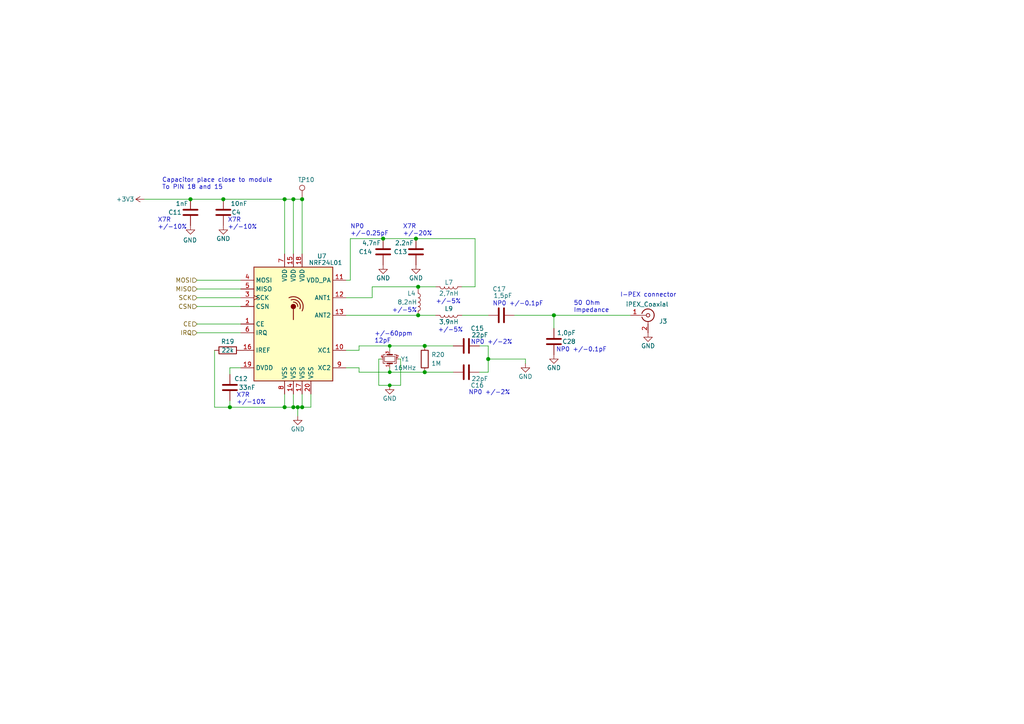
<source format=kicad_sch>
(kicad_sch (version 20211123) (generator eeschema)

  (uuid be1ad959-29f8-4c4e-9fbd-504dfc9dd2f0)

  (paper "A4")

  (lib_symbols
    (symbol "Connector:Conn_Coaxial" (pin_names (offset 1.016) hide) (in_bom yes) (on_board yes)
      (property "Reference" "J" (id 0) (at 0.254 3.048 0)
        (effects (font (size 1.27 1.27)))
      )
      (property "Value" "Conn_Coaxial" (id 1) (at 2.921 0 90)
        (effects (font (size 1.27 1.27)))
      )
      (property "Footprint" "" (id 2) (at 0 0 0)
        (effects (font (size 1.27 1.27)) hide)
      )
      (property "Datasheet" " ~" (id 3) (at 0 0 0)
        (effects (font (size 1.27 1.27)) hide)
      )
      (property "ki_keywords" "BNC SMA SMB SMC LEMO coaxial connector CINCH RCA" (id 4) (at 0 0 0)
        (effects (font (size 1.27 1.27)) hide)
      )
      (property "ki_description" "coaxial connector (BNC, SMA, SMB, SMC, Cinch/RCA, LEMO, ...)" (id 5) (at 0 0 0)
        (effects (font (size 1.27 1.27)) hide)
      )
      (property "ki_fp_filters" "*BNC* *SMA* *SMB* *SMC* *Cinch* *LEMO*" (id 6) (at 0 0 0)
        (effects (font (size 1.27 1.27)) hide)
      )
      (symbol "Conn_Coaxial_0_1"
        (arc (start -1.778 -0.508) (mid 0.222 -1.808) (end 1.778 0)
          (stroke (width 0.254) (type default) (color 0 0 0 0))
          (fill (type none))
        )
        (polyline
          (pts
            (xy -2.54 0)
            (xy -0.508 0)
          )
          (stroke (width 0) (type default) (color 0 0 0 0))
          (fill (type none))
        )
        (polyline
          (pts
            (xy 0 -2.54)
            (xy 0 -1.778)
          )
          (stroke (width 0) (type default) (color 0 0 0 0))
          (fill (type none))
        )
        (circle (center 0 0) (radius 0.508)
          (stroke (width 0.2032) (type default) (color 0 0 0 0))
          (fill (type none))
        )
        (arc (start 1.778 0) (mid 0.222 1.8083) (end -1.778 0.508)
          (stroke (width 0.254) (type default) (color 0 0 0 0))
          (fill (type none))
        )
      )
      (symbol "Conn_Coaxial_1_1"
        (pin passive line (at -5.08 0 0) (length 2.54)
          (name "In" (effects (font (size 1.27 1.27))))
          (number "1" (effects (font (size 1.27 1.27))))
        )
        (pin passive line (at 0 -5.08 90) (length 2.54)
          (name "Ext" (effects (font (size 1.27 1.27))))
          (number "2" (effects (font (size 1.27 1.27))))
        )
      )
    )
    (symbol "Connector:TestPoint" (pin_numbers hide) (pin_names (offset 0.762) hide) (in_bom yes) (on_board yes)
      (property "Reference" "TP" (id 0) (at 0 6.858 0)
        (effects (font (size 1.27 1.27)))
      )
      (property "Value" "TestPoint" (id 1) (at 0 5.08 0)
        (effects (font (size 1.27 1.27)))
      )
      (property "Footprint" "" (id 2) (at 5.08 0 0)
        (effects (font (size 1.27 1.27)) hide)
      )
      (property "Datasheet" "~" (id 3) (at 5.08 0 0)
        (effects (font (size 1.27 1.27)) hide)
      )
      (property "ki_keywords" "test point tp" (id 4) (at 0 0 0)
        (effects (font (size 1.27 1.27)) hide)
      )
      (property "ki_description" "test point" (id 5) (at 0 0 0)
        (effects (font (size 1.27 1.27)) hide)
      )
      (property "ki_fp_filters" "Pin* Test*" (id 6) (at 0 0 0)
        (effects (font (size 1.27 1.27)) hide)
      )
      (symbol "TestPoint_0_1"
        (circle (center 0 3.302) (radius 0.762)
          (stroke (width 0) (type default) (color 0 0 0 0))
          (fill (type none))
        )
      )
      (symbol "TestPoint_1_1"
        (pin passive line (at 0 0 90) (length 2.54)
          (name "1" (effects (font (size 1.27 1.27))))
          (number "1" (effects (font (size 1.27 1.27))))
        )
      )
    )
    (symbol "Device:C" (pin_numbers hide) (pin_names (offset 0.254)) (in_bom yes) (on_board yes)
      (property "Reference" "C" (id 0) (at 0.635 2.54 0)
        (effects (font (size 1.27 1.27)) (justify left))
      )
      (property "Value" "C" (id 1) (at 0.635 -2.54 0)
        (effects (font (size 1.27 1.27)) (justify left))
      )
      (property "Footprint" "" (id 2) (at 0.9652 -3.81 0)
        (effects (font (size 1.27 1.27)) hide)
      )
      (property "Datasheet" "~" (id 3) (at 0 0 0)
        (effects (font (size 1.27 1.27)) hide)
      )
      (property "ki_keywords" "cap capacitor" (id 4) (at 0 0 0)
        (effects (font (size 1.27 1.27)) hide)
      )
      (property "ki_description" "Unpolarized capacitor" (id 5) (at 0 0 0)
        (effects (font (size 1.27 1.27)) hide)
      )
      (property "ki_fp_filters" "C_*" (id 6) (at 0 0 0)
        (effects (font (size 1.27 1.27)) hide)
      )
      (symbol "C_0_1"
        (polyline
          (pts
            (xy -2.032 -0.762)
            (xy 2.032 -0.762)
          )
          (stroke (width 0.508) (type default) (color 0 0 0 0))
          (fill (type none))
        )
        (polyline
          (pts
            (xy -2.032 0.762)
            (xy 2.032 0.762)
          )
          (stroke (width 0.508) (type default) (color 0 0 0 0))
          (fill (type none))
        )
      )
      (symbol "C_1_1"
        (pin passive line (at 0 3.81 270) (length 2.794)
          (name "~" (effects (font (size 1.27 1.27))))
          (number "1" (effects (font (size 1.27 1.27))))
        )
        (pin passive line (at 0 -3.81 90) (length 2.794)
          (name "~" (effects (font (size 1.27 1.27))))
          (number "2" (effects (font (size 1.27 1.27))))
        )
      )
    )
    (symbol "Device:Crystal_GND24_Small" (pin_names (offset 1.016) hide) (in_bom yes) (on_board yes)
      (property "Reference" "Y" (id 0) (at 1.27 4.445 0)
        (effects (font (size 1.27 1.27)) (justify left))
      )
      (property "Value" "Crystal_GND24_Small" (id 1) (at 1.27 2.54 0)
        (effects (font (size 1.27 1.27)) (justify left))
      )
      (property "Footprint" "" (id 2) (at 0 0 0)
        (effects (font (size 1.27 1.27)) hide)
      )
      (property "Datasheet" "~" (id 3) (at 0 0 0)
        (effects (font (size 1.27 1.27)) hide)
      )
      (property "ki_keywords" "quartz ceramic resonator oscillator" (id 4) (at 0 0 0)
        (effects (font (size 1.27 1.27)) hide)
      )
      (property "ki_description" "Four pin crystal, GND on pins 2 and 4, small symbol" (id 5) (at 0 0 0)
        (effects (font (size 1.27 1.27)) hide)
      )
      (property "ki_fp_filters" "Crystal*" (id 6) (at 0 0 0)
        (effects (font (size 1.27 1.27)) hide)
      )
      (symbol "Crystal_GND24_Small_0_1"
        (rectangle (start -0.762 -1.524) (end 0.762 1.524)
          (stroke (width 0) (type default) (color 0 0 0 0))
          (fill (type none))
        )
        (polyline
          (pts
            (xy -1.27 -0.762)
            (xy -1.27 0.762)
          )
          (stroke (width 0.381) (type default) (color 0 0 0 0))
          (fill (type none))
        )
        (polyline
          (pts
            (xy 1.27 -0.762)
            (xy 1.27 0.762)
          )
          (stroke (width 0.381) (type default) (color 0 0 0 0))
          (fill (type none))
        )
        (polyline
          (pts
            (xy -1.27 -1.27)
            (xy -1.27 -1.905)
            (xy 1.27 -1.905)
            (xy 1.27 -1.27)
          )
          (stroke (width 0) (type default) (color 0 0 0 0))
          (fill (type none))
        )
        (polyline
          (pts
            (xy -1.27 1.27)
            (xy -1.27 1.905)
            (xy 1.27 1.905)
            (xy 1.27 1.27)
          )
          (stroke (width 0) (type default) (color 0 0 0 0))
          (fill (type none))
        )
      )
      (symbol "Crystal_GND24_Small_1_1"
        (pin passive line (at -2.54 0 0) (length 1.27)
          (name "1" (effects (font (size 1.27 1.27))))
          (number "1" (effects (font (size 0.762 0.762))))
        )
        (pin passive line (at 0 -2.54 90) (length 0.635)
          (name "2" (effects (font (size 1.27 1.27))))
          (number "2" (effects (font (size 0.762 0.762))))
        )
        (pin passive line (at 2.54 0 180) (length 1.27)
          (name "3" (effects (font (size 1.27 1.27))))
          (number "3" (effects (font (size 0.762 0.762))))
        )
        (pin passive line (at 0 2.54 270) (length 0.635)
          (name "4" (effects (font (size 1.27 1.27))))
          (number "4" (effects (font (size 0.762 0.762))))
        )
      )
    )
    (symbol "Device:L" (pin_numbers hide) (pin_names (offset 1.016) hide) (in_bom yes) (on_board yes)
      (property "Reference" "L" (id 0) (at -1.27 0 90)
        (effects (font (size 1.27 1.27)))
      )
      (property "Value" "L" (id 1) (at 1.905 0 90)
        (effects (font (size 1.27 1.27)))
      )
      (property "Footprint" "" (id 2) (at 0 0 0)
        (effects (font (size 1.27 1.27)) hide)
      )
      (property "Datasheet" "~" (id 3) (at 0 0 0)
        (effects (font (size 1.27 1.27)) hide)
      )
      (property "ki_keywords" "inductor choke coil reactor magnetic" (id 4) (at 0 0 0)
        (effects (font (size 1.27 1.27)) hide)
      )
      (property "ki_description" "Inductor" (id 5) (at 0 0 0)
        (effects (font (size 1.27 1.27)) hide)
      )
      (property "ki_fp_filters" "Choke_* *Coil* Inductor_* L_*" (id 6) (at 0 0 0)
        (effects (font (size 1.27 1.27)) hide)
      )
      (symbol "L_0_1"
        (arc (start 0 -2.54) (mid 0.635 -1.905) (end 0 -1.27)
          (stroke (width 0) (type default) (color 0 0 0 0))
          (fill (type none))
        )
        (arc (start 0 -1.27) (mid 0.635 -0.635) (end 0 0)
          (stroke (width 0) (type default) (color 0 0 0 0))
          (fill (type none))
        )
        (arc (start 0 0) (mid 0.635 0.635) (end 0 1.27)
          (stroke (width 0) (type default) (color 0 0 0 0))
          (fill (type none))
        )
        (arc (start 0 1.27) (mid 0.635 1.905) (end 0 2.54)
          (stroke (width 0) (type default) (color 0 0 0 0))
          (fill (type none))
        )
      )
      (symbol "L_1_1"
        (pin passive line (at 0 3.81 270) (length 1.27)
          (name "1" (effects (font (size 1.27 1.27))))
          (number "1" (effects (font (size 1.27 1.27))))
        )
        (pin passive line (at 0 -3.81 90) (length 1.27)
          (name "2" (effects (font (size 1.27 1.27))))
          (number "2" (effects (font (size 1.27 1.27))))
        )
      )
    )
    (symbol "Device:R" (pin_numbers hide) (pin_names (offset 0)) (in_bom yes) (on_board yes)
      (property "Reference" "R" (id 0) (at 2.032 0 90)
        (effects (font (size 1.27 1.27)))
      )
      (property "Value" "R" (id 1) (at 0 0 90)
        (effects (font (size 1.27 1.27)))
      )
      (property "Footprint" "" (id 2) (at -1.778 0 90)
        (effects (font (size 1.27 1.27)) hide)
      )
      (property "Datasheet" "~" (id 3) (at 0 0 0)
        (effects (font (size 1.27 1.27)) hide)
      )
      (property "ki_keywords" "R res resistor" (id 4) (at 0 0 0)
        (effects (font (size 1.27 1.27)) hide)
      )
      (property "ki_description" "Resistor" (id 5) (at 0 0 0)
        (effects (font (size 1.27 1.27)) hide)
      )
      (property "ki_fp_filters" "R_*" (id 6) (at 0 0 0)
        (effects (font (size 1.27 1.27)) hide)
      )
      (symbol "R_0_1"
        (rectangle (start -1.016 -2.54) (end 1.016 2.54)
          (stroke (width 0.254) (type default) (color 0 0 0 0))
          (fill (type none))
        )
      )
      (symbol "R_1_1"
        (pin passive line (at 0 3.81 270) (length 1.27)
          (name "~" (effects (font (size 1.27 1.27))))
          (number "1" (effects (font (size 1.27 1.27))))
        )
        (pin passive line (at 0 -3.81 90) (length 1.27)
          (name "~" (effects (font (size 1.27 1.27))))
          (number "2" (effects (font (size 1.27 1.27))))
        )
      )
    )
    (symbol "TCY_communication:NRF24L01" (in_bom yes) (on_board yes)
      (property "Reference" "U" (id 0) (at 5.08 20.32 0)
        (effects (font (size 1.27 1.27)))
      )
      (property "Value" "NRF24L01" (id 1) (at 8.89 17.78 0)
        (effects (font (size 1.27 1.27)))
      )
      (property "Footprint" "" (id 2) (at 13.97 25.4 0)
        (effects (font (size 1.27 1.27)) hide)
      )
      (property "Datasheet" "" (id 3) (at 13.97 25.4 0)
        (effects (font (size 1.27 1.27)) hide)
      )
      (symbol "NRF24L01_0_1"
        (rectangle (start -11.43 16.51) (end 11.43 -16.51)
          (stroke (width 0.254) (type default) (color 0 0 0 0))
          (fill (type background))
        )
        (polyline
          (pts
            (xy 0 4.445)
            (xy 0 1.27)
          )
          (stroke (width 0.254) (type default) (color 0 0 0 0))
          (fill (type none))
        )
        (circle (center 0 5.08) (radius 0.635)
          (stroke (width 0.254) (type default) (color 0 0 0 0))
          (fill (type outline))
        )
        (arc (start 1.27 5.08) (mid 0.9109 5.9909) (end 0 6.35)
          (stroke (width 0.254) (type default) (color 0 0 0 0))
          (fill (type none))
        )
        (arc (start 1.905 4.445) (mid 1.4383 6.5183) (end -0.635 6.985)
          (stroke (width 0.254) (type default) (color 0 0 0 0))
          (fill (type none))
        )
        (arc (start 2.54 3.81) (mid 2.008 7.088) (end -1.27 7.62)
          (stroke (width 0.254) (type default) (color 0 0 0 0))
          (fill (type none))
        )
        (rectangle (start 11.43 -13.97) (end 11.43 -13.97)
          (stroke (width 0) (type default) (color 0 0 0 0))
          (fill (type none))
        )
      )
      (symbol "NRF24L01_1_1"
        (pin input line (at -15.24 0 0) (length 3.81)
          (name "CE" (effects (font (size 1.27 1.27))))
          (number "1" (effects (font (size 1.27 1.27))))
        )
        (pin passive line (at 15.24 -7.62 180) (length 3.81)
          (name "XC1" (effects (font (size 1.27 1.27))))
          (number "10" (effects (font (size 1.27 1.27))))
        )
        (pin power_out line (at 15.24 12.7 180) (length 3.81)
          (name "VDD_PA" (effects (font (size 1.27 1.27))))
          (number "11" (effects (font (size 1.27 1.27))))
        )
        (pin passive line (at 15.24 7.62 180) (length 3.81)
          (name "ANT1" (effects (font (size 1.27 1.27))))
          (number "12" (effects (font (size 1.27 1.27))))
        )
        (pin passive line (at 15.24 2.54 180) (length 3.81)
          (name "ANT2" (effects (font (size 1.27 1.27))))
          (number "13" (effects (font (size 1.27 1.27))))
        )
        (pin power_in line (at 0 -20.32 90) (length 3.81)
          (name "VSS" (effects (font (size 1.27 1.27))))
          (number "14" (effects (font (size 1.27 1.27))))
        )
        (pin power_in line (at 0 20.32 270) (length 3.81)
          (name "VDD" (effects (font (size 1.27 1.27))))
          (number "15" (effects (font (size 1.27 1.27))))
        )
        (pin passive line (at -15.24 -7.62 0) (length 3.81)
          (name "IREF" (effects (font (size 1.27 1.27))))
          (number "16" (effects (font (size 1.27 1.27))))
        )
        (pin power_in line (at 2.54 -20.32 90) (length 3.81)
          (name "VSS" (effects (font (size 1.27 1.27))))
          (number "17" (effects (font (size 1.27 1.27))))
        )
        (pin power_in line (at 2.54 20.32 270) (length 3.81)
          (name "VDD" (effects (font (size 1.27 1.27))))
          (number "18" (effects (font (size 1.27 1.27))))
        )
        (pin power_out line (at -15.24 -12.7 0) (length 3.81)
          (name "DVDD" (effects (font (size 1.27 1.27))))
          (number "19" (effects (font (size 1.27 1.27))))
        )
        (pin input line (at -15.24 5.08 0) (length 3.81)
          (name "CSN" (effects (font (size 1.27 1.27))))
          (number "2" (effects (font (size 1.27 1.27))))
        )
        (pin power_in line (at 5.08 -20.32 90) (length 3.81)
          (name "VSS" (effects (font (size 1.27 1.27))))
          (number "20" (effects (font (size 1.27 1.27))))
        )
        (pin passive line (at 5.08 -20.32 90) (length 3.81) hide
          (name "GND" (effects (font (size 1.27 1.27))))
          (number "21" (effects (font (size 1.27 1.27))))
        )
        (pin input clock (at -15.24 7.62 0) (length 3.81)
          (name "SCK" (effects (font (size 1.27 1.27))))
          (number "3" (effects (font (size 1.27 1.27))))
        )
        (pin input line (at -15.24 12.7 0) (length 3.81)
          (name "MOSI" (effects (font (size 1.27 1.27))))
          (number "4" (effects (font (size 1.27 1.27))))
        )
        (pin output line (at -15.24 10.16 0) (length 3.81)
          (name "MISO" (effects (font (size 1.27 1.27))))
          (number "5" (effects (font (size 1.27 1.27))))
        )
        (pin output line (at -15.24 -2.54 0) (length 3.81)
          (name "IRQ" (effects (font (size 1.27 1.27))))
          (number "6" (effects (font (size 1.27 1.27))))
        )
        (pin power_in line (at -2.54 20.32 270) (length 3.81)
          (name "VDD" (effects (font (size 1.27 1.27))))
          (number "7" (effects (font (size 1.27 1.27))))
        )
        (pin power_in line (at -2.54 -20.32 90) (length 3.81)
          (name "VSS" (effects (font (size 1.27 1.27))))
          (number "8" (effects (font (size 1.27 1.27))))
        )
        (pin passive line (at 15.24 -12.7 180) (length 3.81)
          (name "XC2" (effects (font (size 1.27 1.27))))
          (number "9" (effects (font (size 1.27 1.27))))
        )
      )
    )
    (symbol "power:+3V3" (power) (pin_names (offset 0)) (in_bom yes) (on_board yes)
      (property "Reference" "#PWR" (id 0) (at 0 -3.81 0)
        (effects (font (size 1.27 1.27)) hide)
      )
      (property "Value" "+3V3" (id 1) (at 0 3.556 0)
        (effects (font (size 1.27 1.27)))
      )
      (property "Footprint" "" (id 2) (at 0 0 0)
        (effects (font (size 1.27 1.27)) hide)
      )
      (property "Datasheet" "" (id 3) (at 0 0 0)
        (effects (font (size 1.27 1.27)) hide)
      )
      (property "ki_keywords" "power-flag" (id 4) (at 0 0 0)
        (effects (font (size 1.27 1.27)) hide)
      )
      (property "ki_description" "Power symbol creates a global label with name \"+3V3\"" (id 5) (at 0 0 0)
        (effects (font (size 1.27 1.27)) hide)
      )
      (symbol "+3V3_0_1"
        (polyline
          (pts
            (xy -0.762 1.27)
            (xy 0 2.54)
          )
          (stroke (width 0) (type default) (color 0 0 0 0))
          (fill (type none))
        )
        (polyline
          (pts
            (xy 0 0)
            (xy 0 2.54)
          )
          (stroke (width 0) (type default) (color 0 0 0 0))
          (fill (type none))
        )
        (polyline
          (pts
            (xy 0 2.54)
            (xy 0.762 1.27)
          )
          (stroke (width 0) (type default) (color 0 0 0 0))
          (fill (type none))
        )
      )
      (symbol "+3V3_1_1"
        (pin power_in line (at 0 0 90) (length 0) hide
          (name "+3V3" (effects (font (size 1.27 1.27))))
          (number "1" (effects (font (size 1.27 1.27))))
        )
      )
    )
    (symbol "power:GND" (power) (pin_names (offset 0)) (in_bom yes) (on_board yes)
      (property "Reference" "#PWR" (id 0) (at 0 -6.35 0)
        (effects (font (size 1.27 1.27)) hide)
      )
      (property "Value" "GND" (id 1) (at 0 -3.81 0)
        (effects (font (size 1.27 1.27)))
      )
      (property "Footprint" "" (id 2) (at 0 0 0)
        (effects (font (size 1.27 1.27)) hide)
      )
      (property "Datasheet" "" (id 3) (at 0 0 0)
        (effects (font (size 1.27 1.27)) hide)
      )
      (property "ki_keywords" "power-flag" (id 4) (at 0 0 0)
        (effects (font (size 1.27 1.27)) hide)
      )
      (property "ki_description" "Power symbol creates a global label with name \"GND\" , ground" (id 5) (at 0 0 0)
        (effects (font (size 1.27 1.27)) hide)
      )
      (symbol "GND_0_1"
        (polyline
          (pts
            (xy 0 0)
            (xy 0 -1.27)
            (xy 1.27 -1.27)
            (xy 0 -2.54)
            (xy -1.27 -1.27)
            (xy 0 -1.27)
          )
          (stroke (width 0) (type default) (color 0 0 0 0))
          (fill (type none))
        )
      )
      (symbol "GND_1_1"
        (pin power_in line (at 0 0 270) (length 0) hide
          (name "GND" (effects (font (size 1.27 1.27))))
          (number "1" (effects (font (size 1.27 1.27))))
        )
      )
    )
  )

  (junction (at 82.55 57.785) (diameter 1.016) (color 0 0 0 0)
    (uuid 117b8cf8-9cfc-4fcf-807b-fcc5fb20a42c)
  )
  (junction (at 86.36 118.11) (diameter 1.016) (color 0 0 0 0)
    (uuid 1613aea2-74ff-456a-8f58-2ae446640750)
  )
  (junction (at 113.03 100.33) (diameter 0) (color 0 0 0 0)
    (uuid 197ccd15-2aab-48cd-ab51-417c4b9bc3e5)
  )
  (junction (at 85.09 118.11) (diameter 1.016) (color 0 0 0 0)
    (uuid 2a134ab3-6275-4421-945b-c8f4bea31494)
  )
  (junction (at 111.125 69.215) (diameter 1.016) (color 0 0 0 0)
    (uuid 4cd7fbd1-3778-4a48-ab60-c36eed16d8c5)
  )
  (junction (at 66.675 118.11) (diameter 1.016) (color 0 0 0 0)
    (uuid 5bd3fd9a-6dfb-4bec-b754-8acaba09e506)
  )
  (junction (at 121.285 91.44) (diameter 1.016) (color 0 0 0 0)
    (uuid 67ddd466-4c05-43d1-b9c1-73558050f6fc)
  )
  (junction (at 123.19 107.95) (diameter 1.016) (color 0 0 0 0)
    (uuid 69ab893d-e72a-4903-8a42-16f6b5eb229b)
  )
  (junction (at 120.65 69.215) (diameter 1.016) (color 0 0 0 0)
    (uuid 6fe3653d-0c70-4c24-9b09-50a757a60c08)
  )
  (junction (at 87.63 57.785) (diameter 1.016) (color 0 0 0 0)
    (uuid 72745e37-6398-4523-a0b8-fcae44c9df22)
  )
  (junction (at 123.19 100.33) (diameter 1.016) (color 0 0 0 0)
    (uuid 8b798044-1ece-4731-8e5b-91c47e4f5d0a)
  )
  (junction (at 113.03 107.95) (diameter 0) (color 0 0 0 0)
    (uuid 9ea70546-a75f-4a41-bc04-785c4a4a0a58)
  )
  (junction (at 87.63 118.11) (diameter 1.016) (color 0 0 0 0)
    (uuid 9eaea750-5e59-4015-bbbc-7f0606821920)
  )
  (junction (at 82.55 118.11) (diameter 1.016) (color 0 0 0 0)
    (uuid a0669899-5470-43ea-a529-f6722444bf9b)
  )
  (junction (at 160.655 91.44) (diameter 1.016) (color 0 0 0 0)
    (uuid b7cf2839-b1c0-4185-bd2b-8b40d3060ac9)
  )
  (junction (at 121.285 83.185) (diameter 1.016) (color 0 0 0 0)
    (uuid bc12d55d-3029-4430-9232-337b1a62028e)
  )
  (junction (at 85.09 57.785) (diameter 1.016) (color 0 0 0 0)
    (uuid c2fd4927-8431-4c85-b75d-1336c8306cc2)
  )
  (junction (at 64.77 57.785) (diameter 1.016) (color 0 0 0 0)
    (uuid dbe43468-eebc-441c-9a62-ca4c32a51ee8)
  )
  (junction (at 55.245 57.785) (diameter 1.016) (color 0 0 0 0)
    (uuid dd382246-183c-47cd-a1d2-b4a783a36f10)
  )
  (junction (at 113.03 111.76) (diameter 0) (color 0 0 0 0)
    (uuid e6f3f466-28b5-407b-9a7e-58240a456788)
  )
  (junction (at 141.605 104.14) (diameter 1.016) (color 0 0 0 0)
    (uuid f1da6dec-d569-4cfe-b70b-354611bf1d93)
  )

  (wire (pts (xy 62.23 118.11) (xy 62.23 101.6))
    (stroke (width 0) (type solid) (color 0 0 0 0))
    (uuid 03f1d619-9499-48eb-b187-f5cda285044c)
  )
  (wire (pts (xy 66.675 118.11) (xy 62.23 118.11))
    (stroke (width 0) (type solid) (color 0 0 0 0))
    (uuid 03f1d619-9499-48eb-b187-f5cda285044d)
  )
  (wire (pts (xy 141.605 104.14) (xy 152.4 104.14))
    (stroke (width 0) (type solid) (color 0 0 0 0))
    (uuid 04fac5d6-7480-44b7-87fa-21bffd133863)
  )
  (wire (pts (xy 152.4 105.41) (xy 152.4 104.14))
    (stroke (width 0) (type solid) (color 0 0 0 0))
    (uuid 04fac5d6-7480-44b7-87fa-21bffd133864)
  )
  (wire (pts (xy 85.09 114.3) (xy 85.09 118.11))
    (stroke (width 0) (type solid) (color 0 0 0 0))
    (uuid 0615e248-bb28-4371-9eb3-afd6eeb77333)
  )
  (wire (pts (xy 57.15 81.28) (xy 69.85 81.28))
    (stroke (width 0) (type solid) (color 0 0 0 0))
    (uuid 0708150f-a769-4b48-a74f-8b9d2eec663b)
  )
  (wire (pts (xy 133.985 83.185) (xy 137.795 83.185))
    (stroke (width 0) (type solid) (color 0 0 0 0))
    (uuid 0c0c11d3-0707-4db8-844c-4abd811445e1)
  )
  (wire (pts (xy 137.795 69.215) (xy 137.795 83.185))
    (stroke (width 0) (type solid) (color 0 0 0 0))
    (uuid 0c0c11d3-0707-4db8-844c-4abd811445e2)
  )
  (wire (pts (xy 87.63 114.3) (xy 87.63 118.11))
    (stroke (width 0) (type solid) (color 0 0 0 0))
    (uuid 0df59079-63c8-4f17-8aca-89aea74cbc8a)
  )
  (wire (pts (xy 113.03 100.33) (xy 123.19 100.33))
    (stroke (width 0) (type solid) (color 0 0 0 0))
    (uuid 0e137729-80ae-460a-b1d6-5a28274499d3)
  )
  (wire (pts (xy 113.03 107.95) (xy 123.19 107.95))
    (stroke (width 0) (type solid) (color 0 0 0 0))
    (uuid 1007f1f9-e8e4-4d24-ab24-6b08f4f43c62)
  )
  (wire (pts (xy 123.19 107.95) (xy 131.445 107.95))
    (stroke (width 0) (type solid) (color 0 0 0 0))
    (uuid 20a96225-6c01-48cb-b3d0-f43adbc638eb)
  )
  (wire (pts (xy 109.855 104.14) (xy 110.49 104.14))
    (stroke (width 0) (type default) (color 0 0 0 0))
    (uuid 275c21ec-805f-4d55-b1fd-cb5b722f5645)
  )
  (wire (pts (xy 115.57 104.14) (xy 116.205 104.14))
    (stroke (width 0) (type default) (color 0 0 0 0))
    (uuid 330f0cd7-2803-4ec3-89c0-d280c4b98b1d)
  )
  (wire (pts (xy 100.33 81.28) (xy 101.6 81.28))
    (stroke (width 0) (type solid) (color 0 0 0 0))
    (uuid 363fc229-28f2-497e-82fc-e4b00b945fc0)
  )
  (wire (pts (xy 101.6 69.215) (xy 101.6 81.28))
    (stroke (width 0) (type solid) (color 0 0 0 0))
    (uuid 363fc229-28f2-497e-82fc-e4b00b945fc1)
  )
  (wire (pts (xy 113.03 106.68) (xy 113.03 107.95))
    (stroke (width 0) (type default) (color 0 0 0 0))
    (uuid 38ca7292-ea83-4b64-8c36-510ce1181842)
  )
  (wire (pts (xy 133.985 91.44) (xy 141.605 91.44))
    (stroke (width 0) (type solid) (color 0 0 0 0))
    (uuid 3964864a-7e85-492c-afb7-47a24e4d8601)
  )
  (wire (pts (xy 85.09 57.785) (xy 85.09 73.66))
    (stroke (width 0) (type solid) (color 0 0 0 0))
    (uuid 4e27ce61-34e6-4280-9ed3-c96ccee69ebe)
  )
  (wire (pts (xy 121.285 91.44) (xy 126.365 91.44))
    (stroke (width 0) (type solid) (color 0 0 0 0))
    (uuid 5ac22ec1-20b0-4797-b42e-23fc8960d60b)
  )
  (wire (pts (xy 160.655 91.44) (xy 160.655 95.25))
    (stroke (width 0) (type solid) (color 0 0 0 0))
    (uuid 62a3c230-44f1-4b22-b1d8-9e25b26bb47f)
  )
  (wire (pts (xy 57.15 83.82) (xy 69.85 83.82))
    (stroke (width 0) (type solid) (color 0 0 0 0))
    (uuid 6bef96a2-881b-4066-8d4b-8244cbcaa0f5)
  )
  (wire (pts (xy 104.14 106.68) (xy 100.33 106.68))
    (stroke (width 0) (type solid) (color 0 0 0 0))
    (uuid 6f0cc2d5-b930-4e11-9215-619d1e763122)
  )
  (wire (pts (xy 104.14 107.95) (xy 104.14 106.68))
    (stroke (width 0) (type solid) (color 0 0 0 0))
    (uuid 6f0cc2d5-b930-4e11-9215-619d1e763123)
  )
  (wire (pts (xy 104.14 107.95) (xy 113.03 107.95))
    (stroke (width 0) (type solid) (color 0 0 0 0))
    (uuid 6f0cc2d5-b930-4e11-9215-619d1e763125)
  )
  (wire (pts (xy 139.065 100.33) (xy 141.605 100.33))
    (stroke (width 0) (type solid) (color 0 0 0 0))
    (uuid 731c52e8-e8e4-4c04-90b5-70998b41c3fd)
  )
  (wire (pts (xy 141.605 100.33) (xy 141.605 104.14))
    (stroke (width 0) (type solid) (color 0 0 0 0))
    (uuid 731c52e8-e8e4-4c04-90b5-70998b41c3fe)
  )
  (wire (pts (xy 141.605 104.14) (xy 141.605 107.95))
    (stroke (width 0) (type solid) (color 0 0 0 0))
    (uuid 731c52e8-e8e4-4c04-90b5-70998b41c3ff)
  )
  (wire (pts (xy 141.605 107.95) (xy 139.065 107.95))
    (stroke (width 0) (type solid) (color 0 0 0 0))
    (uuid 731c52e8-e8e4-4c04-90b5-70998b41c400)
  )
  (wire (pts (xy 109.855 111.76) (xy 113.03 111.76))
    (stroke (width 0) (type default) (color 0 0 0 0))
    (uuid 7fbf9586-a5cf-4a9f-8d36-3309de937901)
  )
  (wire (pts (xy 104.14 100.33) (xy 104.14 101.6))
    (stroke (width 0) (type solid) (color 0 0 0 0))
    (uuid 824b7252-95d0-484e-b699-ff729a2f57a9)
  )
  (wire (pts (xy 104.14 101.6) (xy 100.33 101.6))
    (stroke (width 0) (type solid) (color 0 0 0 0))
    (uuid 824b7252-95d0-484e-b699-ff729a2f57ab)
  )
  (wire (pts (xy 104.14 100.33) (xy 113.03 100.33))
    (stroke (width 0) (type solid) (color 0 0 0 0))
    (uuid 824b7252-95d0-484e-b699-ff729a2f57ac)
  )
  (wire (pts (xy 66.675 116.205) (xy 66.675 118.11))
    (stroke (width 0) (type solid) (color 0 0 0 0))
    (uuid 825e5317-15c3-442e-b5e3-60092afa4d29)
  )
  (wire (pts (xy 66.675 118.11) (xy 82.55 118.11))
    (stroke (width 0) (type solid) (color 0 0 0 0))
    (uuid 825e5317-15c3-442e-b5e3-60092afa4d2a)
  )
  (wire (pts (xy 100.33 91.44) (xy 121.285 91.44))
    (stroke (width 0) (type solid) (color 0 0 0 0))
    (uuid 84a72599-3ebf-42f0-9cde-70e1d5316913)
  )
  (wire (pts (xy 57.15 96.52) (xy 69.85 96.52))
    (stroke (width 0) (type solid) (color 0 0 0 0))
    (uuid 8635e327-dc92-4c92-a029-14d1fff66a62)
  )
  (wire (pts (xy 66.675 106.68) (xy 69.85 106.68))
    (stroke (width 0) (type solid) (color 0 0 0 0))
    (uuid 932e274d-505d-416d-b71e-cfac15f7751c)
  )
  (wire (pts (xy 66.675 108.585) (xy 66.675 106.68))
    (stroke (width 0) (type solid) (color 0 0 0 0))
    (uuid 932e274d-505d-416d-b71e-cfac15f7751d)
  )
  (wire (pts (xy 82.55 114.3) (xy 82.55 118.11))
    (stroke (width 0) (type solid) (color 0 0 0 0))
    (uuid afb71ad3-d346-46d7-a3ed-7b7c5ee80c4f)
  )
  (wire (pts (xy 82.55 118.11) (xy 85.09 118.11))
    (stroke (width 0) (type solid) (color 0 0 0 0))
    (uuid afb71ad3-d346-46d7-a3ed-7b7c5ee80c50)
  )
  (wire (pts (xy 85.09 118.11) (xy 86.36 118.11))
    (stroke (width 0) (type solid) (color 0 0 0 0))
    (uuid afb71ad3-d346-46d7-a3ed-7b7c5ee80c51)
  )
  (wire (pts (xy 123.19 100.33) (xy 131.445 100.33))
    (stroke (width 0) (type solid) (color 0 0 0 0))
    (uuid afce293e-c13d-4fa4-b573-c19e19ec1413)
  )
  (wire (pts (xy 57.15 86.36) (xy 69.85 86.36))
    (stroke (width 0) (type solid) (color 0 0 0 0))
    (uuid afe62d05-0502-4c95-9cb6-16305a158867)
  )
  (wire (pts (xy 113.03 111.76) (xy 116.205 111.76))
    (stroke (width 0) (type default) (color 0 0 0 0))
    (uuid b14a000c-cdf5-4c0c-96cd-415137db1848)
  )
  (wire (pts (xy 111.125 69.215) (xy 101.6 69.215))
    (stroke (width 0) (type solid) (color 0 0 0 0))
    (uuid b26e928f-0e29-491b-b2ed-82d240b23b26)
  )
  (wire (pts (xy 120.65 69.215) (xy 111.125 69.215))
    (stroke (width 0) (type solid) (color 0 0 0 0))
    (uuid b26e928f-0e29-491b-b2ed-82d240b23b27)
  )
  (wire (pts (xy 137.795 69.215) (xy 120.65 69.215))
    (stroke (width 0) (type solid) (color 0 0 0 0))
    (uuid b26e928f-0e29-491b-b2ed-82d240b23b28)
  )
  (wire (pts (xy 121.285 83.185) (xy 121.285 83.82))
    (stroke (width 0) (type solid) (color 0 0 0 0))
    (uuid b42f8182-b78b-4f94-b0b2-ae84df2faf00)
  )
  (wire (pts (xy 126.365 83.185) (xy 121.285 83.185))
    (stroke (width 0) (type solid) (color 0 0 0 0))
    (uuid b42f8182-b78b-4f94-b0b2-ae84df2faf01)
  )
  (wire (pts (xy 86.36 118.11) (xy 87.63 118.11))
    (stroke (width 0) (type solid) (color 0 0 0 0))
    (uuid b6cf2d05-b4d6-4cc5-bd14-7bdeb3bc9809)
  )
  (wire (pts (xy 86.36 120.65) (xy 86.36 118.11))
    (stroke (width 0) (type solid) (color 0 0 0 0))
    (uuid b6cf2d05-b4d6-4cc5-bd14-7bdeb3bc980a)
  )
  (wire (pts (xy 87.63 118.11) (xy 90.17 118.11))
    (stroke (width 0) (type solid) (color 0 0 0 0))
    (uuid b6cf2d05-b4d6-4cc5-bd14-7bdeb3bc980b)
  )
  (wire (pts (xy 90.17 118.11) (xy 90.17 114.3))
    (stroke (width 0) (type solid) (color 0 0 0 0))
    (uuid b6cf2d05-b4d6-4cc5-bd14-7bdeb3bc980c)
  )
  (wire (pts (xy 107.95 83.185) (xy 121.285 83.185))
    (stroke (width 0) (type solid) (color 0 0 0 0))
    (uuid b8ee136b-fe09-46b7-a31d-c95bde775c82)
  )
  (wire (pts (xy 107.95 86.36) (xy 107.95 83.185))
    (stroke (width 0) (type solid) (color 0 0 0 0))
    (uuid b8ee136b-fe09-46b7-a31d-c95bde775c83)
  )
  (wire (pts (xy 109.855 104.14) (xy 109.855 111.76))
    (stroke (width 0) (type default) (color 0 0 0 0))
    (uuid bba9f093-07b5-4af3-ae4f-96badf0080d8)
  )
  (wire (pts (xy 41.91 57.785) (xy 55.245 57.785))
    (stroke (width 0) (type solid) (color 0 0 0 0))
    (uuid c35cfa75-21a2-4838-a43c-44f854dba7ea)
  )
  (wire (pts (xy 55.245 57.785) (xy 64.77 57.785))
    (stroke (width 0) (type solid) (color 0 0 0 0))
    (uuid c35cfa75-21a2-4838-a43c-44f854dba7eb)
  )
  (wire (pts (xy 64.77 57.785) (xy 82.55 57.785))
    (stroke (width 0) (type solid) (color 0 0 0 0))
    (uuid c35cfa75-21a2-4838-a43c-44f854dba7ec)
  )
  (wire (pts (xy 82.55 57.785) (xy 85.09 57.785))
    (stroke (width 0) (type solid) (color 0 0 0 0))
    (uuid c35cfa75-21a2-4838-a43c-44f854dba7ed)
  )
  (wire (pts (xy 85.09 57.785) (xy 87.63 57.785))
    (stroke (width 0) (type solid) (color 0 0 0 0))
    (uuid c35cfa75-21a2-4838-a43c-44f854dba7ee)
  )
  (wire (pts (xy 87.63 57.785) (xy 87.63 73.66))
    (stroke (width 0) (type solid) (color 0 0 0 0))
    (uuid c35cfa75-21a2-4838-a43c-44f854dba7ef)
  )
  (wire (pts (xy 100.33 86.36) (xy 107.95 86.36))
    (stroke (width 0) (type solid) (color 0 0 0 0))
    (uuid cccf0c36-ff0b-44e2-80f4-5d65c2ea2397)
  )
  (wire (pts (xy 113.03 100.33) (xy 113.03 101.6))
    (stroke (width 0) (type default) (color 0 0 0 0))
    (uuid df59ac4a-59fa-4901-a38e-0df6ca668d02)
  )
  (wire (pts (xy 82.55 57.785) (xy 82.55 73.66))
    (stroke (width 0) (type solid) (color 0 0 0 0))
    (uuid e13ef057-84d1-4c3e-8030-8bcb82649937)
  )
  (wire (pts (xy 57.15 88.9) (xy 69.85 88.9))
    (stroke (width 0) (type solid) (color 0 0 0 0))
    (uuid e52a70fb-0e8e-41d4-bd18-a2d3dc69bf60)
  )
  (wire (pts (xy 57.15 93.98) (xy 69.85 93.98))
    (stroke (width 0) (type solid) (color 0 0 0 0))
    (uuid edaf068d-05c9-484c-844f-016e0772d414)
  )
  (wire (pts (xy 149.225 91.44) (xy 160.655 91.44))
    (stroke (width 0) (type solid) (color 0 0 0 0))
    (uuid fc45c970-057f-45f5-8110-63817424f990)
  )
  (wire (pts (xy 160.655 91.44) (xy 182.88 91.44))
    (stroke (width 0) (type solid) (color 0 0 0 0))
    (uuid fc45c970-057f-45f5-8110-63817424f991)
  )
  (wire (pts (xy 116.205 111.76) (xy 116.205 104.14))
    (stroke (width 0) (type default) (color 0 0 0 0))
    (uuid ff9cd984-8c15-4d94-be65-76910e741379)
  )

  (text "NP0 +/-2%\n\n\n" (at 136.525 104.14 0)
    (effects (font (size 1.27 1.27)) (justify left bottom))
    (uuid 00624bd6-dd0a-49f7-92f5-80034b218776)
  )
  (text "+/-60ppm\n12pF\n" (at 108.585 99.695 0)
    (effects (font (size 1.27 1.27)) (justify left bottom))
    (uuid 345f6235-7aad-448f-b388-3957bbca7c2a)
  )
  (text "+/-5%\n" (at 126.365 88.265 0)
    (effects (font (size 1.27 1.27)) (justify left bottom))
    (uuid 4b5f1633-e691-4048-884d-b24cc0037a10)
  )
  (text "+/-5%\n" (at 127 96.52 0)
    (effects (font (size 1.27 1.27)) (justify left bottom))
    (uuid 4da99cb1-0ccf-4623-8e82-507c3dea0f04)
  )
  (text "NP0 +/-0.1pF\n" (at 161.29 102.235 0)
    (effects (font (size 1.27 1.27)) (justify left bottom))
    (uuid 65900b33-9395-40b1-a59c-9065c1e7939d)
  )
  (text "X7R\n+/-20%\n" (at 116.84 68.58 0)
    (effects (font (size 1.27 1.27)) (justify left bottom))
    (uuid 670dcf9f-756b-4066-a02c-c63fb8f127ad)
  )
  (text "NP0 +/-0.1pF\n" (at 142.875 88.9 0)
    (effects (font (size 1.27 1.27)) (justify left bottom))
    (uuid 69fc5a13-9535-4202-a939-bd90b50b5f0f)
  )
  (text "50 Ohm\nImpedance" (at 166.37 90.805 0)
    (effects (font (size 1.27 1.27)) (justify left bottom))
    (uuid 768ba762-c02d-4aec-8ffa-3709cdf09721)
  )
  (text "+/-5%\n" (at 113.665 90.805 0)
    (effects (font (size 1.27 1.27)) (justify left bottom))
    (uuid 77c0cfb6-04a8-443f-8cac-07716d5feccb)
  )
  (text "NP0 +/-2%\n\n\n" (at 135.89 118.745 0)
    (effects (font (size 1.27 1.27)) (justify left bottom))
    (uuid 810afab7-313e-45cf-9b4a-75f7dcc5e5c4)
  )
  (text "X7R\n+/-10%\n" (at 68.58 117.475 0)
    (effects (font (size 1.27 1.27)) (justify left bottom))
    (uuid 888bd7db-0792-453c-b17e-8fb1e2c63dc5)
  )
  (text "X7R\n+/-10%\n" (at 45.72 66.675 0)
    (effects (font (size 1.27 1.27)) (justify left bottom))
    (uuid a5e15cae-97fb-4a30-9cf0-c1ad63ca28e8)
  )
  (text "X7R\n+/-10%\n" (at 66.04 66.675 0)
    (effects (font (size 1.27 1.27)) (justify left bottom))
    (uuid b15ca52f-9206-48d8-8fe7-ba2a0b6d7899)
  )
  (text "I-PEX connector\n" (at 196.215 86.36 180)
    (effects (font (size 1.27 1.27)) (justify right bottom))
    (uuid bc4972f2-e9bb-454a-b83f-ddb8e4ed6f37)
  )
  (text "Capacitor place close to module\nTo PIN 18 and 15\n\n"
    (at 46.99 57.15 0)
    (effects (font (size 1.27 1.27)) (justify left bottom))
    (uuid c4f559f8-be01-41b1-a039-10beb505c1e1)
  )
  (text "NP0\n+/-0.25pF\n" (at 101.6 68.58 0)
    (effects (font (size 1.27 1.27)) (justify left bottom))
    (uuid ee7426b9-e836-4372-8942-7f21da904d0b)
  )

  (hierarchical_label "CSN" (shape input) (at 57.15 88.9 180)
    (effects (font (size 1.27 1.27)) (justify right))
    (uuid 3b0a116a-ef61-430e-bc05-84834c4c6c97)
  )
  (hierarchical_label "MOSI" (shape input) (at 57.15 81.28 180)
    (effects (font (size 1.27 1.27)) (justify right))
    (uuid 5236d3c2-7868-49ef-8a81-32b803691960)
  )
  (hierarchical_label "MISO" (shape input) (at 57.15 83.82 180)
    (effects (font (size 1.27 1.27)) (justify right))
    (uuid 5c970957-caeb-49cf-975f-76b39f30c2fc)
  )
  (hierarchical_label "CE" (shape input) (at 57.15 93.98 180)
    (effects (font (size 1.27 1.27)) (justify right))
    (uuid 6d1f12d9-3f13-4912-9973-bbf85fa3f37f)
  )
  (hierarchical_label "IRQ" (shape input) (at 57.15 96.52 180)
    (effects (font (size 1.27 1.27)) (justify right))
    (uuid 6ff87bc0-52bb-4c67-b3aa-258f121fd504)
  )
  (hierarchical_label "SCK" (shape input) (at 57.15 86.36 180)
    (effects (font (size 1.27 1.27)) (justify right))
    (uuid c889ab3a-5135-46b6-bc6a-8710b61d8a46)
  )

  (symbol (lib_id "Connector:Conn_Coaxial") (at 187.96 91.44 0) (unit 1)
    (in_bom yes) (on_board yes)
    (uuid 0a1608cb-cbde-4699-bfdb-da1d6897b8dd)
    (property "Reference" "J3" (id 0) (at 191.135 93.2054 0)
      (effects (font (size 1.27 1.27)) (justify left))
    )
    (property "Value" "iPEX_Coaxial" (id 1) (at 187.706 88.265 0))
    (property "Footprint" "footprints:iPEX" (id 2) (at 187.96 91.44 0)
      (effects (font (size 1.27 1.27)) hide)
    )
    (property "Datasheet" " ~" (id 3) (at 187.96 91.44 0)
      (effects (font (size 1.27 1.27)) hide)
    )
    (pin "1" (uuid 066433d4-42e2-4d76-8a84-fe5dfccde2cf))
    (pin "2" (uuid d3127310-bc42-4eb9-9dbc-6bedcfa3affc))
  )

  (symbol (lib_id "Device:R") (at 66.04 101.6 90) (unit 1)
    (in_bom yes) (on_board yes)
    (uuid 20597767-fa26-4724-9ab9-9badb8b75c79)
    (property "Reference" "R19" (id 0) (at 66.04 99.06 90))
    (property "Value" "22k" (id 1) (at 66.04 101.6 90))
    (property "Footprint" "Resistor_SMD:R_0603_1608Metric" (id 2) (at 66.04 103.378 90)
      (effects (font (size 1.27 1.27)) hide)
    )
    (property "Datasheet" "~" (id 3) (at 66.04 101.6 0)
      (effects (font (size 1.27 1.27)) hide)
    )
    (pin "1" (uuid ef1a9e28-822f-46a9-bc97-2cfb1fa1a7b8))
    (pin "2" (uuid e8ebd127-5d34-4846-bc70-e34eafb443ad))
  )

  (symbol (lib_id "power:GND") (at 160.655 102.87 0) (unit 1)
    (in_bom yes) (on_board yes) (fields_autoplaced)
    (uuid 23b4f57f-8df7-4954-9d8c-31b0ee1de120)
    (property "Reference" "#PWR0156" (id 0) (at 160.655 109.22 0)
      (effects (font (size 1.27 1.27)) hide)
    )
    (property "Value" "GND" (id 1) (at 160.655 106.68 0))
    (property "Footprint" "" (id 2) (at 160.655 102.87 0)
      (effects (font (size 1.27 1.27)) hide)
    )
    (property "Datasheet" "" (id 3) (at 160.655 102.87 0)
      (effects (font (size 1.27 1.27)) hide)
    )
    (pin "1" (uuid 70549315-d434-4dfc-9067-2e7f563bd7d6))
  )

  (symbol (lib_id "Device:L") (at 130.175 83.185 270) (unit 1)
    (in_bom yes) (on_board yes)
    (uuid 248ccffa-daaa-4efb-993f-3c7da148c8c6)
    (property "Reference" "L7" (id 0) (at 130.175 81.915 90))
    (property "Value" "2,7nH" (id 1) (at 130.175 85.09 90))
    (property "Footprint" "Inductor_SMD:L_0603_1608Metric" (id 2) (at 130.175 83.185 0)
      (effects (font (size 1.27 1.27)) hide)
    )
    (property "Datasheet" "~" (id 3) (at 130.175 83.185 0)
      (effects (font (size 1.27 1.27)) hide)
    )
    (pin "1" (uuid 7ce8305f-045d-458f-89db-aa4539123f82))
    (pin "2" (uuid e6c4f7f5-b33f-442a-ac54-13b23a653f11))
  )

  (symbol (lib_id "power:+3V3") (at 41.91 57.785 90) (unit 1)
    (in_bom yes) (on_board yes)
    (uuid 298737ac-50ba-4463-ba8d-cf75c4ee2114)
    (property "Reference" "#PWR0153" (id 0) (at 45.72 57.785 0)
      (effects (font (size 1.27 1.27)) hide)
    )
    (property "Value" "+3V3" (id 1) (at 33.655 57.7849 90)
      (effects (font (size 1.27 1.27)) (justify right))
    )
    (property "Footprint" "" (id 2) (at 41.91 57.785 0)
      (effects (font (size 1.27 1.27)) hide)
    )
    (property "Datasheet" "" (id 3) (at 41.91 57.785 0)
      (effects (font (size 1.27 1.27)) hide)
    )
    (pin "1" (uuid 069ed47c-a148-49c2-ae30-5dcb3dc6fd01))
  )

  (symbol (lib_id "Device:C") (at 55.245 61.595 180) (unit 1)
    (in_bom yes) (on_board yes)
    (uuid 298fd758-a3f9-4d0d-bc34-367dfee91028)
    (property "Reference" "C11" (id 0) (at 52.705 61.5951 0)
      (effects (font (size 1.27 1.27)) (justify left))
    )
    (property "Value" "1nF" (id 1) (at 54.61 59.055 0)
      (effects (font (size 1.27 1.27)) (justify left))
    )
    (property "Footprint" "Capacitor_SMD:C_0603_1608Metric" (id 2) (at 54.2798 57.785 0)
      (effects (font (size 1.27 1.27)) hide)
    )
    (property "Datasheet" "~" (id 3) (at 55.245 61.595 0)
      (effects (font (size 1.27 1.27)) hide)
    )
    (pin "1" (uuid a3291227-2a42-427d-98b0-f82cbd19a5dd))
    (pin "2" (uuid 49328a07-b7b9-41c1-a46e-680ecca8f0c9))
  )

  (symbol (lib_id "Device:C") (at 145.415 91.44 90) (unit 1)
    (in_bom yes) (on_board yes)
    (uuid 33bb9f2b-86f9-4e29-ac54-b6836ea3d937)
    (property "Reference" "C17" (id 0) (at 144.78 83.82 90))
    (property "Value" "1,5pF" (id 1) (at 148.59 85.725 90)
      (effects (font (size 1.27 1.27)) (justify left))
    )
    (property "Footprint" "Capacitor_SMD:C_0603_1608Metric" (id 2) (at 149.225 90.4748 0)
      (effects (font (size 1.27 1.27)) hide)
    )
    (property "Datasheet" "~" (id 3) (at 145.415 91.44 0)
      (effects (font (size 1.27 1.27)) hide)
    )
    (pin "1" (uuid 1c71aae6-5da7-405e-8e83-da7575c2e6ab))
    (pin "2" (uuid b001fe0b-7536-47f5-88d8-9faa8bf4bcc6))
  )

  (symbol (lib_id "power:GND") (at 55.245 65.405 0) (unit 1)
    (in_bom yes) (on_board yes)
    (uuid 373d4bf4-e6a7-4c3b-8d6c-ebdcf158bea4)
    (property "Reference" "#PWR0154" (id 0) (at 55.245 71.755 0)
      (effects (font (size 1.27 1.27)) hide)
    )
    (property "Value" "GND" (id 1) (at 57.15 69.6596 0)
      (effects (font (size 1.27 1.27)) (justify right))
    )
    (property "Footprint" "" (id 2) (at 55.245 65.405 0)
      (effects (font (size 1.27 1.27)) hide)
    )
    (property "Datasheet" "" (id 3) (at 55.245 65.405 0)
      (effects (font (size 1.27 1.27)) hide)
    )
    (pin "1" (uuid 92d9e837-a9aa-4418-ada0-7aa9d57f7497))
  )

  (symbol (lib_id "power:GND") (at 152.4 105.41 0) (unit 1)
    (in_bom yes) (on_board yes)
    (uuid 37c8d637-7fa1-4b5a-b39d-ee95b2f50031)
    (property "Reference" "#PWR0113" (id 0) (at 152.4 111.76 0)
      (effects (font (size 1.27 1.27)) hide)
    )
    (property "Value" "GND" (id 1) (at 152.4 109.22 0))
    (property "Footprint" "" (id 2) (at 152.4 105.41 0)
      (effects (font (size 1.27 1.27)) hide)
    )
    (property "Datasheet" "" (id 3) (at 152.4 105.41 0)
      (effects (font (size 1.27 1.27)) hide)
    )
    (pin "1" (uuid a745a41a-1a19-4169-bb15-7aed3a587f22))
  )

  (symbol (lib_id "Device:C") (at 160.655 99.06 0) (unit 1)
    (in_bom yes) (on_board yes)
    (uuid 436e384f-ede5-4471-b6e8-6508bdf27237)
    (property "Reference" "C28" (id 0) (at 167.005 99.0601 0)
      (effects (font (size 1.27 1.27)) (justify right))
    )
    (property "Value" "1,0pF" (id 1) (at 167.005 96.5201 0)
      (effects (font (size 1.27 1.27)) (justify right))
    )
    (property "Footprint" "Capacitor_SMD:C_0603_1608Metric" (id 2) (at 161.6202 102.87 0)
      (effects (font (size 1.27 1.27)) hide)
    )
    (property "Datasheet" "~" (id 3) (at 160.655 99.06 0)
      (effects (font (size 1.27 1.27)) hide)
    )
    (pin "1" (uuid 0168c191-b84d-4631-a0d1-67705c58aed6))
    (pin "2" (uuid 5cac17f8-c3b1-4f18-b56f-b9a980334d98))
  )

  (symbol (lib_id "Device:C") (at 135.255 107.95 90) (unit 1)
    (in_bom yes) (on_board yes)
    (uuid 453503ad-c23c-473b-8db1-ed8d2ddae525)
    (property "Reference" "C16" (id 0) (at 138.43 111.76 90))
    (property "Value" "22pF" (id 1) (at 141.605 109.855 90)
      (effects (font (size 1.27 1.27)) (justify left))
    )
    (property "Footprint" "Capacitor_SMD:C_0603_1608Metric" (id 2) (at 139.065 106.9848 0)
      (effects (font (size 1.27 1.27)) hide)
    )
    (property "Datasheet" "~" (id 3) (at 135.255 107.95 0)
      (effects (font (size 1.27 1.27)) hide)
    )
    (pin "1" (uuid 1bbd3092-deed-4f5d-b246-2a9b63f1c80a))
    (pin "2" (uuid 150e1ce3-be1e-42f8-8e25-024aec503da2))
  )

  (symbol (lib_id "TCY_communication:NRF24L01") (at 85.09 93.98 0) (unit 1)
    (in_bom yes) (on_board yes)
    (uuid 4a8f4d06-62eb-4587-ab05-7ce322fda9cb)
    (property "Reference" "U7" (id 0) (at 93.345 74.295 0))
    (property "Value" "NRF24L01" (id 1) (at 89.535 76.2 0)
      (effects (font (size 1.27 1.27)) (justify left))
    )
    (property "Footprint" "Package_DFN_QFN:QFN-20-1EP_4x4mm_P0.5mm_EP2.5x2.5mm" (id 2) (at 99.06 68.58 0)
      (effects (font (size 1.27 1.27)) hide)
    )
    (property "Datasheet" "http://www.nordicsemi.com/eng/content/download/2730/34105/file/nRF24L01_Product_Specification_v2_0.pdf" (id 3) (at 99.06 68.58 0)
      (effects (font (size 1.27 1.27)) hide)
    )
    (pin "1" (uuid 6b12c062-36f9-400d-8031-9400aa8877f9))
    (pin "10" (uuid b1cfb813-6010-4f10-9b64-31df5a2eaf51))
    (pin "11" (uuid ba70909e-7e08-47c7-8eca-eb0fc1508057))
    (pin "12" (uuid 035da8ff-354b-4181-9456-c7789a24bb36))
    (pin "13" (uuid bfa705b4-0068-4df6-ba51-e60fa17c7105))
    (pin "14" (uuid c99cbb34-3d12-4106-ba13-0e583e28c4f9))
    (pin "15" (uuid a27515cb-b2fb-41c0-bdfa-60d72ef1a336))
    (pin "16" (uuid 3e5e7c39-3844-4b9c-a5e7-9a660bb916ae))
    (pin "17" (uuid 24b11c8c-f0e8-4b6b-8469-c0b8b123303d))
    (pin "18" (uuid c4e6eb68-0936-4c9b-abe1-01f2fa88d931))
    (pin "19" (uuid 583c4bbd-4b35-44c7-ba75-deab8c630e0e))
    (pin "2" (uuid 3f63382c-7ce1-45ee-90cb-cc78f380bccf))
    (pin "20" (uuid fbc4aff8-904b-4de2-92e1-1dd22b87dfe0))
    (pin "21" (uuid 6f51f200-ba71-4c61-899f-52d3fc25fff2))
    (pin "3" (uuid c5e59675-9a71-4420-8319-9627fbcf5b4a))
    (pin "4" (uuid 315035d7-742d-4ca4-9846-ecd8ea8e9dfa))
    (pin "5" (uuid 73ff9e43-6bf5-44ac-8daa-c66b1def8e5f))
    (pin "6" (uuid 78b5b02d-6292-48e3-8240-72001f463348))
    (pin "7" (uuid e528447c-360f-4fb8-ab16-03d9f88b072b))
    (pin "8" (uuid 0d610600-eed7-481f-b066-73c32da9c377))
    (pin "9" (uuid 7a6b9e94-3ff4-4bd7-aeb5-fb047d026031))
  )

  (symbol (lib_id "Device:Crystal_GND24_Small") (at 113.03 104.14 90) (unit 1)
    (in_bom yes) (on_board yes)
    (uuid 4efde240-0129-4a03-8611-0bce3182472a)
    (property "Reference" "Y1" (id 0) (at 116.205 104.14 90)
      (effects (font (size 1.27 1.27)) (justify right))
    )
    (property "Value" "16MHz" (id 1) (at 117.475 106.68 90))
    (property "Footprint" "TCY_Cristal:Kyocera AVX CX3225SB16" (id 2) (at 113.03 104.14 0)
      (effects (font (size 1.27 1.27)) hide)
    )
    (property "Datasheet" "~" (id 3) (at 113.03 104.14 0)
      (effects (font (size 1.27 1.27)) hide)
    )
    (pin "1" (uuid 0cbf313f-82f7-47c8-b0f6-230af3ad695b))
    (pin "2" (uuid 29457a17-c7b1-4642-ae64-94d955f422d2))
    (pin "3" (uuid 8f49353c-6700-4967-b708-abf02c393988))
    (pin "4" (uuid 126ab22b-034d-4bfc-9c71-bd56a0695563))
  )

  (symbol (lib_id "Device:C") (at 111.125 73.025 180) (unit 1)
    (in_bom yes) (on_board yes)
    (uuid 6dc1769c-74e5-433b-a2da-9bf999129d35)
    (property "Reference" "C14" (id 0) (at 107.95 73.0251 0)
      (effects (font (size 1.27 1.27)) (justify left))
    )
    (property "Value" "4,7nF" (id 1) (at 110.49 70.485 0)
      (effects (font (size 1.27 1.27)) (justify left))
    )
    (property "Footprint" "Capacitor_SMD:C_0603_1608Metric" (id 2) (at 110.1598 69.215 0)
      (effects (font (size 1.27 1.27)) hide)
    )
    (property "Datasheet" "~" (id 3) (at 111.125 73.025 0)
      (effects (font (size 1.27 1.27)) hide)
    )
    (pin "1" (uuid e4e803e1-c9e9-4967-8765-d3ce37f047ae))
    (pin "2" (uuid 663872e9-6aea-4cc9-93bb-a58da7820f42))
  )

  (symbol (lib_id "Device:C") (at 135.255 100.33 90) (unit 1)
    (in_bom yes) (on_board yes)
    (uuid 81ca90a2-dd03-4ed7-9e61-ad3743e1d3d0)
    (property "Reference" "C15" (id 0) (at 138.43 95.25 90))
    (property "Value" "22pF" (id 1) (at 141.605 97.155 90)
      (effects (font (size 1.27 1.27)) (justify left))
    )
    (property "Footprint" "Capacitor_SMD:C_0603_1608Metric" (id 2) (at 139.065 99.3648 0)
      (effects (font (size 1.27 1.27)) hide)
    )
    (property "Datasheet" "~" (id 3) (at 135.255 100.33 0)
      (effects (font (size 1.27 1.27)) hide)
    )
    (pin "1" (uuid 8b3a1753-6a1f-4f07-bd46-5b090124b6b8))
    (pin "2" (uuid a0e1eb4a-0529-41d2-a886-2b12702706eb))
  )

  (symbol (lib_id "Device:L") (at 121.285 87.63 0) (unit 1)
    (in_bom yes) (on_board yes)
    (uuid 8385c5be-ad2a-4073-8739-1b9b7161b177)
    (property "Reference" "L4" (id 0) (at 118.11 85.0899 0)
      (effects (font (size 1.27 1.27)) (justify left))
    )
    (property "Value" "8,2nH" (id 1) (at 118.11 87.63 0))
    (property "Footprint" "Inductor_SMD:L_0603_1608Metric" (id 2) (at 121.285 87.63 0)
      (effects (font (size 1.27 1.27)) hide)
    )
    (property "Datasheet" "~" (id 3) (at 121.285 87.63 0)
      (effects (font (size 1.27 1.27)) hide)
    )
    (pin "1" (uuid 1a9550e4-0450-463a-b636-385c8c398a72))
    (pin "2" (uuid 1cd827a2-08b0-4128-875a-37ab5ca332b2))
  )

  (symbol (lib_id "power:GND") (at 86.36 120.65 0) (unit 1)
    (in_bom yes) (on_board yes) (fields_autoplaced)
    (uuid 924fc6a7-3986-4a7b-8bde-ec57e11f2a9e)
    (property "Reference" "#PWR0109" (id 0) (at 86.36 127 0)
      (effects (font (size 1.27 1.27)) hide)
    )
    (property "Value" "GND" (id 1) (at 86.36 124.46 0))
    (property "Footprint" "" (id 2) (at 86.36 120.65 0)
      (effects (font (size 1.27 1.27)) hide)
    )
    (property "Datasheet" "" (id 3) (at 86.36 120.65 0)
      (effects (font (size 1.27 1.27)) hide)
    )
    (pin "1" (uuid 3fdfe386-c966-42bc-b88c-d61ed9492090))
  )

  (symbol (lib_id "Device:L") (at 130.175 91.44 270) (unit 1)
    (in_bom yes) (on_board yes)
    (uuid 95b69d1e-d500-494e-8b30-92d11d23b835)
    (property "Reference" "L9" (id 0) (at 130.175 89.535 90))
    (property "Value" "3,9nH" (id 1) (at 130.175 93.345 90))
    (property "Footprint" "Inductor_SMD:L_0603_1608Metric" (id 2) (at 130.175 91.44 0)
      (effects (font (size 1.27 1.27)) hide)
    )
    (property "Datasheet" "~" (id 3) (at 130.175 91.44 0)
      (effects (font (size 1.27 1.27)) hide)
    )
    (pin "1" (uuid fae6b974-766b-43df-a145-cfa24b22edbd))
    (pin "2" (uuid d51b802c-fbac-469f-a5ca-5e1f70bb17b6))
  )

  (symbol (lib_id "Device:R") (at 123.19 104.14 0) (unit 1)
    (in_bom yes) (on_board yes) (fields_autoplaced)
    (uuid 977777f6-db3d-4e94-9bf5-ee58bee35c93)
    (property "Reference" "R20" (id 0) (at 125.095 102.8699 0)
      (effects (font (size 1.27 1.27)) (justify left))
    )
    (property "Value" "1M" (id 1) (at 125.095 105.4099 0)
      (effects (font (size 1.27 1.27)) (justify left))
    )
    (property "Footprint" "Resistor_SMD:R_0603_1608Metric" (id 2) (at 121.412 104.14 90)
      (effects (font (size 1.27 1.27)) hide)
    )
    (property "Datasheet" "~" (id 3) (at 123.19 104.14 0)
      (effects (font (size 1.27 1.27)) hide)
    )
    (pin "1" (uuid 2d8412a2-d368-4d19-9a17-9dd9f697c320))
    (pin "2" (uuid 18c641ef-88a7-445f-a406-bd624f55275b))
  )

  (symbol (lib_id "power:GND") (at 187.96 96.52 0) (unit 1)
    (in_bom yes) (on_board yes) (fields_autoplaced)
    (uuid 9c92da89-7420-4dc0-ba14-b8fa2c2944a3)
    (property "Reference" "#PWR0143" (id 0) (at 187.96 102.87 0)
      (effects (font (size 1.27 1.27)) hide)
    )
    (property "Value" "GND" (id 1) (at 187.96 100.33 0))
    (property "Footprint" "" (id 2) (at 187.96 96.52 0)
      (effects (font (size 1.27 1.27)) hide)
    )
    (property "Datasheet" "" (id 3) (at 187.96 96.52 0)
      (effects (font (size 1.27 1.27)) hide)
    )
    (pin "1" (uuid 057f7e85-4945-4d7f-ac4c-fc9715a38e3f))
  )

  (symbol (lib_id "power:GND") (at 120.65 76.835 0) (unit 1)
    (in_bom yes) (on_board yes) (fields_autoplaced)
    (uuid 9edac9fc-95e3-4fbe-bc87-d1f25cc28255)
    (property "Reference" "#PWR0115" (id 0) (at 120.65 83.185 0)
      (effects (font (size 1.27 1.27)) hide)
    )
    (property "Value" "GND" (id 1) (at 120.65 80.645 0))
    (property "Footprint" "" (id 2) (at 120.65 76.835 0)
      (effects (font (size 1.27 1.27)) hide)
    )
    (property "Datasheet" "" (id 3) (at 120.65 76.835 0)
      (effects (font (size 1.27 1.27)) hide)
    )
    (pin "1" (uuid 474cb37b-be4d-41af-ac6b-57b4656a0d97))
  )

  (symbol (lib_id "Connector:TestPoint") (at 87.63 57.785 0) (unit 1)
    (in_bom yes) (on_board yes)
    (uuid b73c7c18-79de-4f23-b1fd-7f760c2923a5)
    (property "Reference" "TP10" (id 0) (at 86.36 52.1334 0)
      (effects (font (size 1.27 1.27)) (justify left))
    )
    (property "Value" "~" (id 1) (at 87.63 52.705 0))
    (property "Footprint" "TCY_Connector:TestPoint_Pad_D0.5mm" (id 2) (at 92.71 57.785 0)
      (effects (font (size 1.27 1.27)) hide)
    )
    (property "Datasheet" "~" (id 3) (at 92.71 57.785 0)
      (effects (font (size 1.27 1.27)) hide)
    )
    (pin "1" (uuid dd7063fe-3d20-499a-ad5c-93bd90a8f98c))
  )

  (symbol (lib_id "Device:C") (at 66.675 112.395 0) (unit 1)
    (in_bom yes) (on_board yes)
    (uuid bb177fc1-6d22-4a12-abcd-05affc45cc16)
    (property "Reference" "C12" (id 0) (at 67.945 109.8549 0)
      (effects (font (size 1.27 1.27)) (justify left))
    )
    (property "Value" "33nF" (id 1) (at 69.215 112.395 0)
      (effects (font (size 1.27 1.27)) (justify left))
    )
    (property "Footprint" "Capacitor_SMD:C_0603_1608Metric" (id 2) (at 67.6402 116.205 0)
      (effects (font (size 1.27 1.27)) hide)
    )
    (property "Datasheet" "~" (id 3) (at 66.675 112.395 0)
      (effects (font (size 1.27 1.27)) hide)
    )
    (pin "1" (uuid 684f7e80-354c-48a0-ad3a-97c94df29c33))
    (pin "2" (uuid ee38c0f6-9bf9-4237-86ad-1095e03d951c))
  )

  (symbol (lib_id "power:GND") (at 113.03 111.76 0) (unit 1)
    (in_bom yes) (on_board yes)
    (uuid c0448ba4-d26b-4db7-82f2-ae075511cdce)
    (property "Reference" "#PWR0210" (id 0) (at 113.03 118.11 0)
      (effects (font (size 1.27 1.27)) hide)
    )
    (property "Value" "GND" (id 1) (at 113.03 115.57 0))
    (property "Footprint" "" (id 2) (at 113.03 111.76 0)
      (effects (font (size 1.27 1.27)) hide)
    )
    (property "Datasheet" "" (id 3) (at 113.03 111.76 0)
      (effects (font (size 1.27 1.27)) hide)
    )
    (pin "1" (uuid 0fd8ec9e-abc6-4d52-84d6-7c6757a1b91d))
  )

  (symbol (lib_id "Device:C") (at 64.77 61.595 180) (unit 1)
    (in_bom yes) (on_board yes)
    (uuid c8d3ef96-508e-40cc-8329-0815292fcf9b)
    (property "Reference" "C4" (id 0) (at 69.85 61.5951 0)
      (effects (font (size 1.27 1.27)) (justify left))
    )
    (property "Value" "10nF" (id 1) (at 71.755 59.055 0)
      (effects (font (size 1.27 1.27)) (justify left))
    )
    (property "Footprint" "Capacitor_SMD:C_0603_1608Metric" (id 2) (at 63.8048 57.785 0)
      (effects (font (size 1.27 1.27)) hide)
    )
    (property "Datasheet" "~" (id 3) (at 64.77 61.595 0)
      (effects (font (size 1.27 1.27)) hide)
    )
    (pin "1" (uuid c9584122-ba7a-4efa-8e07-16786a924f00))
    (pin "2" (uuid 4df850ec-3001-4617-940c-793d32fc81f0))
  )

  (symbol (lib_id "power:GND") (at 111.125 76.835 0) (unit 1)
    (in_bom yes) (on_board yes) (fields_autoplaced)
    (uuid ddaaca7b-e77d-4459-93ec-cad88fd1e7a2)
    (property "Reference" "#PWR0155" (id 0) (at 111.125 83.185 0)
      (effects (font (size 1.27 1.27)) hide)
    )
    (property "Value" "GND" (id 1) (at 111.125 80.645 0))
    (property "Footprint" "" (id 2) (at 111.125 76.835 0)
      (effects (font (size 1.27 1.27)) hide)
    )
    (property "Datasheet" "" (id 3) (at 111.125 76.835 0)
      (effects (font (size 1.27 1.27)) hide)
    )
    (pin "1" (uuid f98a170d-dde3-4388-87d9-3a728e66e8b1))
  )

  (symbol (lib_id "power:GND") (at 64.77 65.405 0) (unit 1)
    (in_bom yes) (on_board yes) (fields_autoplaced)
    (uuid e8a68ba2-0298-4b32-8af1-f23966f22bb9)
    (property "Reference" "#PWR0110" (id 0) (at 64.77 71.755 0)
      (effects (font (size 1.27 1.27)) hide)
    )
    (property "Value" "GND" (id 1) (at 64.77 69.215 0))
    (property "Footprint" "" (id 2) (at 64.77 65.405 0)
      (effects (font (size 1.27 1.27)) hide)
    )
    (property "Datasheet" "" (id 3) (at 64.77 65.405 0)
      (effects (font (size 1.27 1.27)) hide)
    )
    (pin "1" (uuid 9a011fc5-cbcb-4018-ab6f-a5f659d77cb3))
  )

  (symbol (lib_id "Device:C") (at 120.65 73.025 180) (unit 1)
    (in_bom yes) (on_board yes)
    (uuid f3bbe401-051b-4e0e-a07e-a07fc31f4ead)
    (property "Reference" "C13" (id 0) (at 118.11 73.0251 0)
      (effects (font (size 1.27 1.27)) (justify left))
    )
    (property "Value" "2.2nF" (id 1) (at 120.015 70.485 0)
      (effects (font (size 1.27 1.27)) (justify left))
    )
    (property "Footprint" "Capacitor_SMD:C_0603_1608Metric" (id 2) (at 119.6848 69.215 0)
      (effects (font (size 1.27 1.27)) hide)
    )
    (property "Datasheet" "~" (id 3) (at 120.65 73.025 0)
      (effects (font (size 1.27 1.27)) hide)
    )
    (pin "1" (uuid 91d957db-957d-4644-a34b-362a73d9ac48))
    (pin "2" (uuid a9907f7a-9b29-4eac-b8c3-a3a1e4380ad0))
  )
)

</source>
